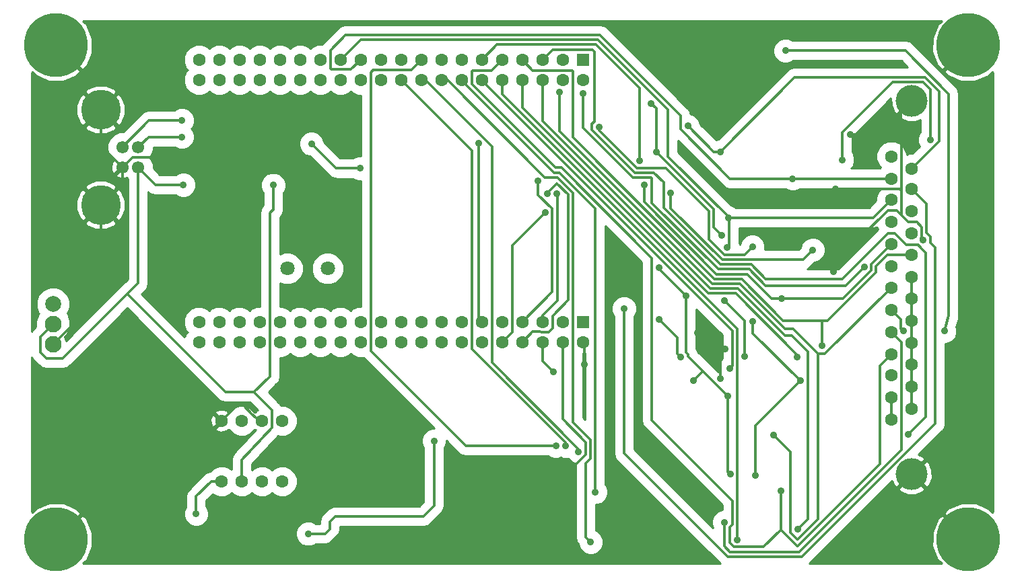
<source format=gbl>
G04 (created by PCBNEW-RS274X (2011-05-25)-stable) date Sun 18 Dec 2011 08:59:16 PM CET*
G01*
G70*
G90*
%MOIN*%
G04 Gerber Fmt 3.4, Leading zero omitted, Abs format*
%FSLAX34Y34*%
G04 APERTURE LIST*
%ADD10C,0.006000*%
%ADD11C,0.063000*%
%ADD12C,0.157500*%
%ADD13C,0.070900*%
%ADD14R,0.063000X0.060000*%
%ADD15C,0.078700*%
%ADD16C,0.082700*%
%ADD17C,0.061000*%
%ADD18C,0.196900*%
%ADD19C,0.315000*%
%ADD20C,0.035400*%
%ADD21C,0.035000*%
%ADD22C,0.011800*%
%ADD23C,0.010000*%
G04 APERTURE END LIST*
G54D10*
G54D11*
X54256Y-40035D03*
X53256Y-40035D03*
X52256Y-40035D03*
X51256Y-40035D03*
X51256Y-43035D03*
X52256Y-43035D03*
X53256Y-43035D03*
X54256Y-43035D03*
G54D12*
X85421Y-42675D03*
X85421Y-24175D03*
G54D11*
X84421Y-26925D03*
X84421Y-28025D03*
X84421Y-29075D03*
X84421Y-30175D03*
X84421Y-31275D03*
X84421Y-32375D03*
X84421Y-33425D03*
X84421Y-34525D03*
X84421Y-35625D03*
X84421Y-36725D03*
X84421Y-37775D03*
X84421Y-38875D03*
X84421Y-39975D03*
X85421Y-27545D03*
X85421Y-28545D03*
X85421Y-29645D03*
X85421Y-30725D03*
X85421Y-31805D03*
X85421Y-32905D03*
X85421Y-33985D03*
X85421Y-35065D03*
X85421Y-36185D03*
X85421Y-37245D03*
X85421Y-38325D03*
X85421Y-39425D03*
G54D13*
X54512Y-32480D03*
X56512Y-32480D03*
G54D14*
X69146Y-35131D03*
G54D11*
X69146Y-36131D03*
X64146Y-35131D03*
X68146Y-36131D03*
X63146Y-35131D03*
X67146Y-36131D03*
X62146Y-35131D03*
X66146Y-36131D03*
X61146Y-35131D03*
X65146Y-36131D03*
X60146Y-35131D03*
X64146Y-36131D03*
X59146Y-35131D03*
X63146Y-36131D03*
X58146Y-35131D03*
X62146Y-36131D03*
X57146Y-35131D03*
X61146Y-36131D03*
X56146Y-35131D03*
X60146Y-36131D03*
X55146Y-35131D03*
X59146Y-36131D03*
X54146Y-35131D03*
X58146Y-36131D03*
X57146Y-36131D03*
X53146Y-35131D03*
X56146Y-36131D03*
X54146Y-36131D03*
X53146Y-36131D03*
X52146Y-36131D03*
X51146Y-36131D03*
X52146Y-35131D03*
X51146Y-35131D03*
X68146Y-35131D03*
X67146Y-35131D03*
X66146Y-35131D03*
X65146Y-35131D03*
X50146Y-35131D03*
X50146Y-36131D03*
X55146Y-36131D03*
G54D14*
X69146Y-22138D03*
G54D11*
X69146Y-23138D03*
X64146Y-22138D03*
X68146Y-23138D03*
X63146Y-22138D03*
X67146Y-23138D03*
X62146Y-22138D03*
X66146Y-23138D03*
X61146Y-22138D03*
X65146Y-23138D03*
X60146Y-22138D03*
X64146Y-23138D03*
X59146Y-22138D03*
X63146Y-23138D03*
X58146Y-22138D03*
X62146Y-23138D03*
X57146Y-22138D03*
X61146Y-23138D03*
X56146Y-22138D03*
X60146Y-23138D03*
X55146Y-22138D03*
X59146Y-23138D03*
X54146Y-22138D03*
X58146Y-23138D03*
X57146Y-23138D03*
X53146Y-22138D03*
X56146Y-23138D03*
X54146Y-23138D03*
X53146Y-23138D03*
X52146Y-23138D03*
X51146Y-23138D03*
X52146Y-22138D03*
X51146Y-22138D03*
X68146Y-22138D03*
X67146Y-22138D03*
X66146Y-22138D03*
X65146Y-22138D03*
X50146Y-22138D03*
X50146Y-23138D03*
X55146Y-23138D03*
G54D15*
X42913Y-34236D03*
G54D16*
X42913Y-35236D03*
X42913Y-36236D03*
G54D17*
X47126Y-27469D03*
X47126Y-26469D03*
X46339Y-26469D03*
X46339Y-27469D03*
G54D18*
X45276Y-29331D03*
X45276Y-24607D03*
G54D19*
X43071Y-21417D03*
X43071Y-45906D03*
X88228Y-21417D03*
X88228Y-45906D03*
G54D20*
X79784Y-45409D03*
X85247Y-40713D03*
X68933Y-41559D03*
X67814Y-41271D03*
X76438Y-37423D03*
X78982Y-33963D03*
X71960Y-27153D03*
X72181Y-28343D03*
X69537Y-46045D03*
X83072Y-32412D03*
X69149Y-23808D03*
X76150Y-45065D03*
X69761Y-43564D03*
G54D21*
X85020Y-35584D03*
G54D20*
X79181Y-21685D03*
X87047Y-35581D03*
X68286Y-41280D03*
X67997Y-23752D03*
X78596Y-40737D03*
X79754Y-36875D03*
X80974Y-36311D03*
X76801Y-45931D03*
X78943Y-43494D03*
X55551Y-45630D03*
X61772Y-41024D03*
X77694Y-42724D03*
X74258Y-33846D03*
X76320Y-38797D03*
X77565Y-35106D03*
X79919Y-38054D03*
X76442Y-42678D03*
X74612Y-38048D03*
X72928Y-32454D03*
X76005Y-30827D03*
X72773Y-26704D03*
X72526Y-24298D03*
X79530Y-28025D03*
X76339Y-29964D03*
X76304Y-31448D03*
X67676Y-37618D03*
X67853Y-28765D03*
X73501Y-28736D03*
X80529Y-31561D03*
X67379Y-28782D03*
X75946Y-26694D03*
X66928Y-28132D03*
X74340Y-25419D03*
X67272Y-29706D03*
X71184Y-34468D03*
X86352Y-26100D03*
X81983Y-27090D03*
X63993Y-26276D03*
X69943Y-25468D03*
X77543Y-31405D03*
X76165Y-34072D03*
X77170Y-36843D03*
X72924Y-35000D03*
X74003Y-36888D03*
X49291Y-25956D03*
X49291Y-25137D03*
X58110Y-27520D03*
X55709Y-26299D03*
X49370Y-28336D03*
X53819Y-28346D03*
X49331Y-26969D03*
X76194Y-36475D03*
X75971Y-37947D03*
X74822Y-35675D03*
X81569Y-32638D03*
X81654Y-28553D03*
X69213Y-37247D03*
X86002Y-31061D03*
X82386Y-25852D03*
X68155Y-42841D03*
X50000Y-44646D03*
G54D22*
X80290Y-44903D02*
X79784Y-45409D01*
X80290Y-36619D02*
X80290Y-44903D01*
X79480Y-35809D02*
X80290Y-36619D01*
X79143Y-35809D02*
X79480Y-35809D01*
X76811Y-33477D02*
X79143Y-35809D01*
X75465Y-33477D02*
X76811Y-33477D01*
X67146Y-25158D02*
X75465Y-33477D01*
X67146Y-23138D02*
X67146Y-25158D01*
X85901Y-31461D02*
X86132Y-31692D01*
X67146Y-22138D02*
X67639Y-21645D01*
X67639Y-21645D02*
X69620Y-21645D01*
X69620Y-21645D02*
X69717Y-21742D01*
X69717Y-21742D02*
X69717Y-25193D01*
X69717Y-25193D02*
X69588Y-25322D01*
X69588Y-25322D02*
X69588Y-25622D01*
X69588Y-25622D02*
X71713Y-27747D01*
X71713Y-27747D02*
X72671Y-27747D01*
X72671Y-27747D02*
X73146Y-28222D01*
X73146Y-28222D02*
X73146Y-29473D01*
X73146Y-29473D02*
X75955Y-32282D01*
X75955Y-32282D02*
X77474Y-32282D01*
X77474Y-32282D02*
X78189Y-32997D01*
X78189Y-32997D02*
X81986Y-32997D01*
X81986Y-32997D02*
X84248Y-30735D01*
X84248Y-30735D02*
X84583Y-30735D01*
X84583Y-30735D02*
X85153Y-31305D01*
X85153Y-31305D02*
X85745Y-31305D01*
X85745Y-31305D02*
X85901Y-31461D01*
X85901Y-40059D02*
X85247Y-40713D01*
X86132Y-39828D02*
X85901Y-40059D01*
X86132Y-31692D02*
X86132Y-39828D01*
X68933Y-41423D02*
X68933Y-41559D01*
X64653Y-37143D02*
X68933Y-41423D01*
X64653Y-26434D02*
X64653Y-37143D01*
X61357Y-23138D02*
X64653Y-26434D01*
X61146Y-23138D02*
X61357Y-23138D01*
X58770Y-22638D02*
X58642Y-22766D01*
X58665Y-36579D02*
X63357Y-41271D01*
X63357Y-41271D02*
X67814Y-41271D01*
X60646Y-22638D02*
X58770Y-22638D01*
X60646Y-22638D02*
X61146Y-22138D01*
X58642Y-36556D02*
X58665Y-36579D01*
X58642Y-36378D02*
X58642Y-36556D01*
X58642Y-34774D02*
X58642Y-36378D01*
X58642Y-22766D02*
X58642Y-34774D01*
X76549Y-37312D02*
X76438Y-37423D01*
X76549Y-35572D02*
X76549Y-37312D01*
X64146Y-23169D02*
X76549Y-35572D01*
X64146Y-23138D02*
X64146Y-23169D01*
X83427Y-32269D02*
X84421Y-31275D01*
X83427Y-32559D02*
X83427Y-32269D01*
X82023Y-33963D02*
X83427Y-32559D01*
X78982Y-33963D02*
X82023Y-33963D01*
X71960Y-23548D02*
X71960Y-27153D01*
X69794Y-21382D02*
X71960Y-23548D01*
X64902Y-21382D02*
X69794Y-21382D01*
X64146Y-22138D02*
X64902Y-21382D01*
X72181Y-29182D02*
X72181Y-28343D01*
X75759Y-32760D02*
X72181Y-29182D01*
X77278Y-32760D02*
X75759Y-32760D01*
X78481Y-33963D02*
X77278Y-32760D01*
X78982Y-33963D02*
X78481Y-33963D01*
X68665Y-37303D02*
X68642Y-37280D01*
X68665Y-33789D02*
X68665Y-28738D01*
X68665Y-28738D02*
X67891Y-27964D01*
X67891Y-27964D02*
X67268Y-27964D01*
X67268Y-27964D02*
X62442Y-23138D01*
X62442Y-23138D02*
X62146Y-23138D01*
X68642Y-33812D02*
X68665Y-33789D01*
X68642Y-37280D02*
X68642Y-33812D01*
X68665Y-40097D02*
X68665Y-37303D01*
X68665Y-37303D02*
X68665Y-37283D01*
X69527Y-40959D02*
X68665Y-40097D01*
X69527Y-41894D02*
X69527Y-40959D01*
X69288Y-42133D02*
X69527Y-41894D01*
X69288Y-45796D02*
X69288Y-42133D01*
X69537Y-46045D02*
X69288Y-45796D01*
X82149Y-33335D02*
X83072Y-32412D01*
X78190Y-33335D02*
X82149Y-33335D01*
X77376Y-32521D02*
X78190Y-33335D01*
X75857Y-32521D02*
X77376Y-32521D01*
X72566Y-29230D02*
X75857Y-32521D01*
X72566Y-28019D02*
X72566Y-29230D01*
X72533Y-27986D02*
X72566Y-28019D01*
X71615Y-27986D02*
X72533Y-27986D01*
X69149Y-25520D02*
X71615Y-27986D01*
X69149Y-23808D02*
X69149Y-25520D01*
X84921Y-40207D02*
X84921Y-41476D01*
X84892Y-41505D02*
X79871Y-46526D01*
X79871Y-46526D02*
X76424Y-46526D01*
X76424Y-46526D02*
X76150Y-46252D01*
X76150Y-46252D02*
X76150Y-45065D01*
X84921Y-36125D02*
X84921Y-40207D01*
X84902Y-36106D02*
X84421Y-35625D01*
X84902Y-36106D02*
X84921Y-36125D01*
X84921Y-41476D02*
X84892Y-41505D01*
X63146Y-23165D02*
X63146Y-23138D01*
X67706Y-27725D02*
X63146Y-23165D01*
X67989Y-27725D02*
X67706Y-27725D01*
X69761Y-29497D02*
X67989Y-27725D01*
X69761Y-43564D02*
X69761Y-29497D01*
X84421Y-34525D02*
X84892Y-34996D01*
X84892Y-35456D02*
X85020Y-35584D01*
X84892Y-34996D02*
X84892Y-35456D01*
X79181Y-21685D02*
X85119Y-21685D01*
X85119Y-21685D02*
X87268Y-23834D01*
X87268Y-23834D02*
X87268Y-34819D01*
X87268Y-34819D02*
X87047Y-35581D01*
X84941Y-35505D02*
X85020Y-35584D01*
X68286Y-41113D02*
X68286Y-41280D01*
X63646Y-36473D02*
X68286Y-41113D01*
X63646Y-26638D02*
X63646Y-36473D01*
X60146Y-23138D02*
X63646Y-26638D01*
X80804Y-36719D02*
X79569Y-35484D01*
X79155Y-35484D02*
X79569Y-35484D01*
X76909Y-33238D02*
X79155Y-35484D01*
X75563Y-33238D02*
X76909Y-33238D01*
X67997Y-25672D02*
X75563Y-33238D01*
X67997Y-23752D02*
X67997Y-25672D01*
X81127Y-36719D02*
X80804Y-36719D01*
X84421Y-33425D02*
X81127Y-36719D01*
X79429Y-41570D02*
X78596Y-40737D01*
X79429Y-45578D02*
X79429Y-41570D01*
X79751Y-45900D02*
X79429Y-45578D01*
X79797Y-45900D02*
X79751Y-45900D01*
X80804Y-44893D02*
X79797Y-45900D01*
X80804Y-36719D02*
X80804Y-44893D01*
X79754Y-36757D02*
X79754Y-36875D01*
X76713Y-33716D02*
X79754Y-36757D01*
X75367Y-33716D02*
X76713Y-33716D01*
X66146Y-24495D02*
X75367Y-33716D01*
X66146Y-23138D02*
X66146Y-24495D01*
X80974Y-35061D02*
X80974Y-36311D01*
X84230Y-31805D02*
X85421Y-31805D01*
X83666Y-32369D02*
X84230Y-31805D01*
X83666Y-32657D02*
X83666Y-32369D01*
X81262Y-35061D02*
X83666Y-32657D01*
X80974Y-35061D02*
X81262Y-35061D01*
X79069Y-35061D02*
X80974Y-35061D01*
X77007Y-32999D02*
X79069Y-35061D01*
X75661Y-32999D02*
X77007Y-32999D01*
X68646Y-25984D02*
X75661Y-32999D01*
X68646Y-22690D02*
X68646Y-25984D01*
X68613Y-22657D02*
X68646Y-22690D01*
X66665Y-22657D02*
X68613Y-22657D01*
X66146Y-22138D02*
X66665Y-22657D01*
X76801Y-35487D02*
X76801Y-45931D01*
X65146Y-23832D02*
X76801Y-35487D01*
X65146Y-23138D02*
X65146Y-23832D01*
X78943Y-43494D02*
X78943Y-45429D01*
X79751Y-46237D02*
X78943Y-45429D01*
X79797Y-46237D02*
X79751Y-46237D01*
X83852Y-42182D02*
X79797Y-46237D01*
X83852Y-37294D02*
X83852Y-42182D01*
X84421Y-36725D02*
X83852Y-37294D01*
X64627Y-22657D02*
X65146Y-22138D01*
X63679Y-22657D02*
X64627Y-22657D01*
X63646Y-22690D02*
X63679Y-22657D01*
X63646Y-23328D02*
X63646Y-22690D01*
X67804Y-27486D02*
X63646Y-23328D01*
X68087Y-27486D02*
X67804Y-27486D01*
X72569Y-31968D02*
X68087Y-27486D01*
X72569Y-40003D02*
X72569Y-31968D01*
X76561Y-43995D02*
X72569Y-40003D01*
X76561Y-45158D02*
X76561Y-43995D01*
X76430Y-45289D02*
X76561Y-45158D01*
X76430Y-46085D02*
X76430Y-45289D01*
X76632Y-46287D02*
X76430Y-46085D01*
X78085Y-46287D02*
X76632Y-46287D01*
X78943Y-45429D02*
X78085Y-46287D01*
X56378Y-45630D02*
X56614Y-45394D01*
X55551Y-45630D02*
X56378Y-45630D01*
X56889Y-44764D02*
X61260Y-44764D01*
X61260Y-44764D02*
X61772Y-44252D01*
X61772Y-44252D02*
X61772Y-41024D01*
X56614Y-45039D02*
X56889Y-44764D01*
X56614Y-45394D02*
X56614Y-45039D01*
X76320Y-42556D02*
X76442Y-42678D01*
X76320Y-38797D02*
X76320Y-42556D01*
X75092Y-37568D02*
X74612Y-38048D01*
X75092Y-37568D02*
X76320Y-38797D01*
X77694Y-40279D02*
X77694Y-42724D01*
X79919Y-38054D02*
X77694Y-40279D01*
X77565Y-35700D02*
X77565Y-35106D01*
X79919Y-38054D02*
X77565Y-35700D01*
X72928Y-32516D02*
X72928Y-32454D01*
X74258Y-33846D02*
X72928Y-32516D01*
X74258Y-36641D02*
X74258Y-33846D01*
X74358Y-36741D02*
X74258Y-36641D01*
X74358Y-36835D02*
X74358Y-36741D01*
X75092Y-37568D02*
X74358Y-36835D01*
X75620Y-30442D02*
X76005Y-30827D01*
X75620Y-29551D02*
X75620Y-30442D01*
X72773Y-26704D02*
X75620Y-29551D01*
X72773Y-24545D02*
X72526Y-24298D01*
X72773Y-26704D02*
X72773Y-24545D01*
X84421Y-28025D02*
X79530Y-28025D01*
X76437Y-28025D02*
X79530Y-28025D01*
X73985Y-25573D02*
X76437Y-28025D01*
X73985Y-24899D02*
X73985Y-25573D01*
X69990Y-20904D02*
X73985Y-24899D01*
X57399Y-20904D02*
X69990Y-20904D01*
X56646Y-21657D02*
X57399Y-20904D01*
X56646Y-22586D02*
X56646Y-21657D01*
X56679Y-22619D02*
X56646Y-22586D01*
X57665Y-22619D02*
X56679Y-22619D01*
X58146Y-22138D02*
X57665Y-22619D01*
X83532Y-29964D02*
X84421Y-29075D01*
X76339Y-29964D02*
X83532Y-29964D01*
X58141Y-21143D02*
X57146Y-22138D01*
X69892Y-21143D02*
X58141Y-21143D01*
X73346Y-24597D02*
X69892Y-21143D01*
X73346Y-26924D02*
X73346Y-24597D01*
X76339Y-29917D02*
X73346Y-26924D01*
X76339Y-29964D02*
X76339Y-29917D01*
X76372Y-29997D02*
X76339Y-29964D01*
X76372Y-31380D02*
X76372Y-29997D01*
X76304Y-31448D02*
X76372Y-31380D01*
X67146Y-37088D02*
X67146Y-36131D01*
X67676Y-37618D02*
X67146Y-37088D01*
X73501Y-29491D02*
X73501Y-28736D01*
X76053Y-32043D02*
X73501Y-29491D01*
X80047Y-32043D02*
X76053Y-32043D01*
X80529Y-31561D02*
X80047Y-32043D01*
X67882Y-28794D02*
X67853Y-28765D01*
X67882Y-34059D02*
X67882Y-28794D01*
X67146Y-34795D02*
X67882Y-34059D01*
X67146Y-35131D02*
X67146Y-34795D01*
X67648Y-35453D02*
X67471Y-35630D01*
X66146Y-36131D02*
X66660Y-35617D01*
X67648Y-34839D02*
X67648Y-35453D01*
X67379Y-28740D02*
X67379Y-28782D01*
X67847Y-28272D02*
X67379Y-28740D01*
X67862Y-28272D02*
X67847Y-28272D01*
X68406Y-28816D02*
X67862Y-28272D01*
X68406Y-34039D02*
X68406Y-28816D01*
X67648Y-34852D02*
X68406Y-34039D01*
X67648Y-34852D02*
X67648Y-34839D01*
X66656Y-35622D02*
X66660Y-35617D01*
X67471Y-35630D02*
X66656Y-35622D01*
X75615Y-26694D02*
X75946Y-26694D01*
X74340Y-25419D02*
X75615Y-26694D01*
X86778Y-26188D02*
X85421Y-27545D01*
X86778Y-23696D02*
X86778Y-26188D01*
X86087Y-23005D02*
X86778Y-23696D01*
X79635Y-23005D02*
X86087Y-23005D01*
X75946Y-26694D02*
X79635Y-23005D01*
X67627Y-33650D02*
X66146Y-35131D01*
X67627Y-29522D02*
X67627Y-33650D01*
X66928Y-28823D02*
X67627Y-29522D01*
X66928Y-28132D02*
X66928Y-28823D01*
X65646Y-31332D02*
X67272Y-29706D01*
X65646Y-35631D02*
X65646Y-31332D01*
X65146Y-36131D02*
X65646Y-35631D01*
X86357Y-31208D02*
X86585Y-31436D01*
X71184Y-34468D02*
X71184Y-41644D01*
X71184Y-41644D02*
X76305Y-46765D01*
X76305Y-46765D02*
X79990Y-46765D01*
X79990Y-46765D02*
X86141Y-40614D01*
X86357Y-31208D02*
X86357Y-30914D01*
X86357Y-30914D02*
X86142Y-30699D01*
X86142Y-30699D02*
X86141Y-30699D01*
X86141Y-30699D02*
X86141Y-29265D01*
X85421Y-28545D02*
X86141Y-29265D01*
X86585Y-40170D02*
X86141Y-40614D01*
X86585Y-31436D02*
X86585Y-40170D01*
X81983Y-25754D02*
X81983Y-27090D01*
X84493Y-23244D02*
X81983Y-25754D01*
X85989Y-23244D02*
X84493Y-23244D01*
X86352Y-23607D02*
X85989Y-23244D01*
X86352Y-26100D02*
X86352Y-23607D01*
X63993Y-34978D02*
X63993Y-26276D01*
X64146Y-35131D02*
X63993Y-34978D01*
X77144Y-31804D02*
X77543Y-31405D01*
X76151Y-31804D02*
X77144Y-31804D01*
X75381Y-31034D02*
X76151Y-31804D01*
X75381Y-29649D02*
X75381Y-31034D01*
X73240Y-27508D02*
X75381Y-29649D01*
X71811Y-27508D02*
X73240Y-27508D01*
X69943Y-25640D02*
X71811Y-27508D01*
X69943Y-25468D02*
X69943Y-25640D01*
X77170Y-35077D02*
X76165Y-34072D01*
X77170Y-36843D02*
X77170Y-35077D01*
X73818Y-36703D02*
X74003Y-36888D01*
X73817Y-36703D02*
X73818Y-36703D01*
X73817Y-35893D02*
X73817Y-36703D01*
X72924Y-35000D02*
X73817Y-35893D01*
X47126Y-26469D02*
X47639Y-25956D01*
X47639Y-25956D02*
X49291Y-25956D01*
X46339Y-26469D02*
X47671Y-25137D01*
X47671Y-25137D02*
X49291Y-25137D01*
X56930Y-27520D02*
X58110Y-27520D01*
X55709Y-26299D02*
X56930Y-27520D01*
X53746Y-39495D02*
X53760Y-39509D01*
X52865Y-38614D02*
X53746Y-39495D01*
X52244Y-41969D02*
X53746Y-40378D01*
X52244Y-42874D02*
X52244Y-41969D01*
X52244Y-42874D02*
X52256Y-43035D01*
X53760Y-40364D02*
X53746Y-40378D01*
X53760Y-39509D02*
X53760Y-40364D01*
X53819Y-29547D02*
X53642Y-29724D01*
X53617Y-37862D02*
X52865Y-38614D01*
X53642Y-37837D02*
X53617Y-37862D01*
X53642Y-29724D02*
X53642Y-37837D01*
X42382Y-36734D02*
X42283Y-36635D01*
X42913Y-35236D02*
X42382Y-35767D01*
X43397Y-36929D02*
X42577Y-36929D01*
X42577Y-36929D02*
X42415Y-36767D01*
X42415Y-36767D02*
X42382Y-36734D01*
X43559Y-36767D02*
X46584Y-33742D01*
X43559Y-36767D02*
X43397Y-36929D01*
X42283Y-35866D02*
X42382Y-35767D01*
X42283Y-36635D02*
X42283Y-35866D01*
X47126Y-27469D02*
X47993Y-28336D01*
X47993Y-28336D02*
X49370Y-28336D01*
X53819Y-29562D02*
X53819Y-29547D01*
X53819Y-29547D02*
X53819Y-28346D01*
X47126Y-33200D02*
X46584Y-33742D01*
X47126Y-27469D02*
X47126Y-33200D01*
X51456Y-38614D02*
X46584Y-33742D01*
X52865Y-38614D02*
X51456Y-38614D01*
X85502Y-30187D02*
X85258Y-30187D01*
X85258Y-30187D02*
X84990Y-29919D01*
X86002Y-31061D02*
X85935Y-30994D01*
X85689Y-30187D02*
X85502Y-30187D01*
X85502Y-30187D02*
X85492Y-30187D01*
X85935Y-30433D02*
X85689Y-30187D01*
X85935Y-30994D02*
X85935Y-30433D01*
X84672Y-29601D02*
X84667Y-29596D01*
X84667Y-29596D02*
X84239Y-29596D01*
X84921Y-29695D02*
X84921Y-29850D01*
X84921Y-29850D02*
X84982Y-29911D01*
X84982Y-29911D02*
X84990Y-29911D01*
X84990Y-29911D02*
X84990Y-29919D01*
X84902Y-28613D02*
X84921Y-28632D01*
X84921Y-28632D02*
X84921Y-29695D01*
X84921Y-28356D02*
X84921Y-28594D01*
X84921Y-25871D02*
X84921Y-28356D01*
X84902Y-25852D02*
X84921Y-25871D01*
X84921Y-28594D02*
X84902Y-28613D01*
X46339Y-27469D02*
X46839Y-26969D01*
X46839Y-26969D02*
X49331Y-26969D01*
X81569Y-32266D02*
X81569Y-32638D01*
X84239Y-29596D02*
X81569Y-32266D01*
X84281Y-29596D02*
X84239Y-29596D01*
X84990Y-29919D02*
X84672Y-29601D01*
X84672Y-29601D02*
X84667Y-29596D01*
X84902Y-28550D02*
X84902Y-28613D01*
X84902Y-28550D02*
X81654Y-28553D01*
X81654Y-28553D02*
X81654Y-28553D01*
X86002Y-31061D02*
X85901Y-30960D01*
X45276Y-26406D02*
X46339Y-27469D01*
X45276Y-24607D02*
X45276Y-26406D01*
X46339Y-28268D02*
X46339Y-27469D01*
X45276Y-29331D02*
X46339Y-28268D01*
X45276Y-33873D02*
X45276Y-29331D01*
X42913Y-36236D02*
X45276Y-33873D01*
X75971Y-36586D02*
X75971Y-37947D01*
X76083Y-36586D02*
X75971Y-36586D01*
X76194Y-36475D02*
X76083Y-36586D01*
X75733Y-36586D02*
X74822Y-35675D01*
X75971Y-36586D02*
X75733Y-36586D01*
X69213Y-36198D02*
X69213Y-37247D01*
X69146Y-36131D02*
X69213Y-36198D01*
X52766Y-39690D02*
X53150Y-40039D01*
X52348Y-39272D02*
X52766Y-39690D01*
X52019Y-39272D02*
X52348Y-39272D01*
X51746Y-39545D02*
X52019Y-39272D01*
X51457Y-39843D02*
X51746Y-39545D01*
X51256Y-40035D02*
X51457Y-39843D01*
X53256Y-40035D02*
X53150Y-40039D01*
X85421Y-39425D02*
X85421Y-38325D01*
X85421Y-38325D02*
X85421Y-37245D01*
X85421Y-37245D02*
X85421Y-36185D01*
X85421Y-36185D02*
X85421Y-35065D01*
X85421Y-35065D02*
X85421Y-33985D01*
X85421Y-33985D02*
X85421Y-32905D01*
X84421Y-39975D02*
X84421Y-38875D01*
X84902Y-25852D02*
X82386Y-25852D01*
X84902Y-24694D02*
X84902Y-25852D01*
X85421Y-24175D02*
X84902Y-24694D01*
X69288Y-41708D02*
X68155Y-42841D01*
X69288Y-41091D02*
X69288Y-41708D01*
X68146Y-39949D02*
X69288Y-41091D01*
X68146Y-36131D02*
X68146Y-39949D01*
X50744Y-43035D02*
X51256Y-43035D01*
X50000Y-43779D02*
X50744Y-43035D01*
X50000Y-44646D02*
X50000Y-43779D01*
G54D10*
G36*
X42984Y-36236D02*
X42913Y-36307D01*
X42842Y-36236D01*
X42913Y-36165D01*
X42984Y-36236D01*
X42984Y-36236D01*
G37*
G54D23*
X42984Y-36236D02*
X42913Y-36307D01*
X42842Y-36236D01*
X42913Y-36165D01*
X42984Y-36236D01*
G54D10*
G36*
X53257Y-40105D02*
X53256Y-40106D01*
X53185Y-40035D01*
X53256Y-39964D01*
X53257Y-39965D01*
X53257Y-40105D01*
X53257Y-40105D01*
G37*
G54D23*
X53257Y-40105D02*
X53256Y-40106D01*
X53185Y-40035D01*
X53256Y-39964D01*
X53257Y-39965D01*
X53257Y-40105D01*
G54D10*
G36*
X69217Y-36131D02*
X69146Y-36202D01*
X69145Y-36201D01*
X69145Y-36061D01*
X69146Y-36060D01*
X69217Y-36131D01*
X69217Y-36131D01*
G37*
G54D23*
X69217Y-36131D02*
X69146Y-36202D01*
X69145Y-36201D01*
X69145Y-36061D01*
X69146Y-36060D01*
X69217Y-36131D01*
G54D10*
G36*
X69258Y-39978D02*
X69168Y-39888D01*
X69168Y-37303D01*
X69168Y-37283D01*
X69145Y-37166D01*
X69145Y-36684D01*
X69258Y-36679D01*
X69258Y-39978D01*
X69258Y-39978D01*
G37*
G54D23*
X69258Y-39978D02*
X69168Y-39888D01*
X69168Y-37303D01*
X69168Y-37283D01*
X69145Y-37166D01*
X69145Y-36684D01*
X69258Y-36679D01*
X69258Y-39978D01*
G54D10*
G36*
X76046Y-36937D02*
X75912Y-37071D01*
X75817Y-37299D01*
X75817Y-37546D01*
X75841Y-37606D01*
X75448Y-37212D01*
X75441Y-37207D01*
X74832Y-36597D01*
X74823Y-36549D01*
X74822Y-36548D01*
X74761Y-36456D01*
X74761Y-36455D01*
X74761Y-34495D01*
X76046Y-35780D01*
X76046Y-36937D01*
X76046Y-36937D01*
G37*
G54D23*
X76046Y-36937D02*
X75912Y-37071D01*
X75817Y-37299D01*
X75817Y-37546D01*
X75841Y-37606D01*
X75448Y-37212D01*
X75441Y-37207D01*
X74832Y-36597D01*
X74823Y-36549D01*
X74822Y-36548D01*
X74761Y-36456D01*
X74761Y-36455D01*
X74761Y-34495D01*
X76046Y-35780D01*
X76046Y-36937D01*
G54D10*
G36*
X76058Y-44444D02*
X76027Y-44444D01*
X75799Y-44538D01*
X75624Y-44713D01*
X75529Y-44941D01*
X75529Y-45188D01*
X75591Y-45339D01*
X71687Y-41435D01*
X71687Y-34843D01*
X71710Y-34820D01*
X71805Y-34592D01*
X71805Y-34345D01*
X71711Y-34117D01*
X71536Y-33942D01*
X71308Y-33847D01*
X71061Y-33847D01*
X70833Y-33941D01*
X70658Y-34116D01*
X70563Y-34344D01*
X70563Y-34591D01*
X70657Y-34819D01*
X70681Y-34843D01*
X70681Y-41644D01*
X70719Y-41837D01*
X70828Y-42000D01*
X75947Y-47119D01*
X44864Y-47119D01*
X44425Y-47119D01*
X44391Y-47085D01*
X44576Y-46938D01*
X44856Y-46283D01*
X44864Y-45571D01*
X44600Y-44910D01*
X44576Y-44874D01*
X44352Y-44695D01*
X44282Y-44765D01*
X43142Y-45906D01*
X43071Y-45977D01*
X43000Y-45906D01*
X43071Y-45835D01*
X43106Y-45800D01*
X44282Y-44625D01*
X44103Y-44401D01*
X43448Y-44121D01*
X42736Y-44113D01*
X42075Y-44377D01*
X42039Y-44401D01*
X41891Y-44585D01*
X41858Y-44552D01*
X41858Y-36887D01*
X41927Y-36991D01*
X42026Y-37090D01*
X42057Y-37120D01*
X42059Y-37123D01*
X42221Y-37285D01*
X42384Y-37393D01*
X42385Y-37394D01*
X42577Y-37432D01*
X43397Y-37432D01*
X43589Y-37394D01*
X43590Y-37394D01*
X43753Y-37285D01*
X43915Y-37123D01*
X46583Y-34453D01*
X51100Y-38970D01*
X51263Y-39079D01*
X51264Y-39079D01*
X51456Y-39117D01*
X52656Y-39117D01*
X53054Y-39514D01*
X52966Y-39551D01*
X52953Y-39591D01*
X52920Y-39558D01*
X52885Y-39592D01*
X52686Y-39393D01*
X52407Y-39277D01*
X52106Y-39277D01*
X51827Y-39392D01*
X51626Y-39592D01*
X51592Y-39558D01*
X51558Y-39591D01*
X51546Y-39551D01*
X51339Y-39477D01*
X51119Y-39488D01*
X50966Y-39551D01*
X50938Y-39646D01*
X51221Y-39929D01*
X51256Y-39964D01*
X51327Y-40035D01*
X51256Y-40106D01*
X51221Y-40141D01*
X51185Y-40177D01*
X51185Y-40035D01*
X50867Y-39717D01*
X50772Y-39745D01*
X50698Y-39952D01*
X50709Y-40172D01*
X50772Y-40325D01*
X50867Y-40353D01*
X51185Y-40035D01*
X51185Y-40177D01*
X50938Y-40424D01*
X50966Y-40519D01*
X51173Y-40593D01*
X51393Y-40582D01*
X51546Y-40519D01*
X51558Y-40478D01*
X51574Y-40494D01*
X51592Y-40512D01*
X51626Y-40477D01*
X51826Y-40677D01*
X52105Y-40793D01*
X52406Y-40793D01*
X52685Y-40678D01*
X52885Y-40477D01*
X52920Y-40512D01*
X52953Y-40478D01*
X52955Y-40483D01*
X51889Y-41612D01*
X51888Y-41613D01*
X51886Y-41614D01*
X51879Y-41623D01*
X51832Y-41696D01*
X51779Y-41777D01*
X51777Y-41782D01*
X51774Y-41789D01*
X51757Y-41883D01*
X51741Y-41969D01*
X51741Y-41983D01*
X51741Y-42448D01*
X51686Y-42393D01*
X51574Y-42346D01*
X51407Y-42277D01*
X51106Y-42277D01*
X50827Y-42392D01*
X50672Y-42546D01*
X50552Y-42570D01*
X50388Y-42679D01*
X49644Y-43423D01*
X49535Y-43586D01*
X49497Y-43779D01*
X49497Y-44271D01*
X49474Y-44294D01*
X49379Y-44522D01*
X49379Y-44769D01*
X49473Y-44997D01*
X49648Y-45172D01*
X49876Y-45267D01*
X50123Y-45267D01*
X50351Y-45173D01*
X50526Y-44998D01*
X50621Y-44770D01*
X50621Y-44523D01*
X50527Y-44295D01*
X50503Y-44271D01*
X50503Y-43988D01*
X50820Y-43671D01*
X50826Y-43677D01*
X51105Y-43793D01*
X51406Y-43793D01*
X51685Y-43678D01*
X51756Y-43607D01*
X51826Y-43677D01*
X52105Y-43793D01*
X52406Y-43793D01*
X52685Y-43678D01*
X52756Y-43607D01*
X52826Y-43677D01*
X53105Y-43793D01*
X53406Y-43793D01*
X53685Y-43678D01*
X53756Y-43607D01*
X53826Y-43677D01*
X54105Y-43793D01*
X54406Y-43793D01*
X54685Y-43678D01*
X54898Y-43465D01*
X55014Y-43186D01*
X55014Y-42885D01*
X54899Y-42606D01*
X54686Y-42393D01*
X54407Y-42277D01*
X54106Y-42277D01*
X53827Y-42392D01*
X53756Y-42463D01*
X53686Y-42393D01*
X53407Y-42277D01*
X53106Y-42277D01*
X52827Y-42392D01*
X52756Y-42463D01*
X52747Y-42454D01*
X52747Y-42169D01*
X54064Y-40776D01*
X54105Y-40793D01*
X54406Y-40793D01*
X54685Y-40678D01*
X54898Y-40465D01*
X55014Y-40186D01*
X55014Y-39885D01*
X54899Y-39606D01*
X54686Y-39393D01*
X54407Y-39277D01*
X54198Y-39277D01*
X54197Y-39274D01*
X54116Y-39153D01*
X54113Y-39151D01*
X54102Y-39139D01*
X54098Y-39136D01*
X53576Y-38613D01*
X53969Y-38220D01*
X53972Y-38218D01*
X53973Y-38218D01*
X53995Y-38194D01*
X53997Y-38193D01*
X53998Y-38193D01*
X54106Y-38030D01*
X54107Y-38029D01*
X54145Y-37837D01*
X54145Y-36889D01*
X54296Y-36889D01*
X54575Y-36774D01*
X54646Y-36703D01*
X54716Y-36773D01*
X54995Y-36889D01*
X55296Y-36889D01*
X55575Y-36774D01*
X55646Y-36703D01*
X55716Y-36773D01*
X55995Y-36889D01*
X56296Y-36889D01*
X56575Y-36774D01*
X56646Y-36703D01*
X56716Y-36773D01*
X56995Y-36889D01*
X57296Y-36889D01*
X57575Y-36774D01*
X57646Y-36703D01*
X57716Y-36773D01*
X57995Y-36889D01*
X58270Y-36889D01*
X58286Y-36912D01*
X58307Y-36932D01*
X58309Y-36935D01*
X61777Y-40403D01*
X61649Y-40403D01*
X61421Y-40497D01*
X61246Y-40672D01*
X61151Y-40900D01*
X61151Y-41147D01*
X61245Y-41375D01*
X61269Y-41399D01*
X61269Y-44043D01*
X61051Y-44261D01*
X56889Y-44261D01*
X56888Y-44261D01*
X56840Y-44270D01*
X56697Y-44299D01*
X56695Y-44299D01*
X56695Y-44300D01*
X56654Y-44327D01*
X56533Y-44408D01*
X56531Y-44410D01*
X56258Y-44683D01*
X56149Y-44846D01*
X56111Y-45039D01*
X56111Y-45127D01*
X55926Y-45127D01*
X55903Y-45104D01*
X55675Y-45009D01*
X55428Y-45009D01*
X55200Y-45103D01*
X55025Y-45278D01*
X54930Y-45506D01*
X54930Y-45753D01*
X55024Y-45981D01*
X55199Y-46156D01*
X55427Y-46251D01*
X55674Y-46251D01*
X55902Y-46157D01*
X55926Y-46133D01*
X56378Y-46133D01*
X56570Y-46095D01*
X56571Y-46095D01*
X56734Y-45986D01*
X56967Y-45751D01*
X56969Y-45750D01*
X56970Y-45750D01*
X57051Y-45628D01*
X57078Y-45588D01*
X57078Y-45587D01*
X57079Y-45586D01*
X57107Y-45442D01*
X57117Y-45395D01*
X57116Y-45394D01*
X57117Y-45394D01*
X57117Y-45267D01*
X61260Y-45267D01*
X61452Y-45229D01*
X61453Y-45229D01*
X61616Y-45120D01*
X62128Y-44608D01*
X62237Y-44445D01*
X62237Y-44444D01*
X62275Y-44252D01*
X62275Y-41399D01*
X62298Y-41376D01*
X62393Y-41148D01*
X62393Y-41018D01*
X62999Y-41624D01*
X63001Y-41627D01*
X63164Y-41735D01*
X63165Y-41736D01*
X63357Y-41774D01*
X67439Y-41774D01*
X67462Y-41797D01*
X67690Y-41892D01*
X67937Y-41892D01*
X68039Y-41849D01*
X68162Y-41901D01*
X68402Y-41901D01*
X68406Y-41910D01*
X68581Y-42085D01*
X68785Y-42170D01*
X68785Y-45796D01*
X68823Y-45989D01*
X68916Y-46128D01*
X68916Y-46168D01*
X69010Y-46396D01*
X69185Y-46571D01*
X69413Y-46666D01*
X69660Y-46666D01*
X69888Y-46572D01*
X70063Y-46397D01*
X70158Y-46169D01*
X70158Y-45922D01*
X70064Y-45694D01*
X69889Y-45519D01*
X69791Y-45478D01*
X69791Y-44185D01*
X69884Y-44185D01*
X70112Y-44091D01*
X70287Y-43916D01*
X70382Y-43688D01*
X70382Y-43441D01*
X70288Y-43213D01*
X70264Y-43189D01*
X70264Y-30374D01*
X72066Y-32176D01*
X72066Y-40003D01*
X72104Y-40196D01*
X72213Y-40359D01*
X76058Y-44203D01*
X76058Y-44444D01*
X76058Y-44444D01*
G37*
G54D23*
X76058Y-44444D02*
X76027Y-44444D01*
X75799Y-44538D01*
X75624Y-44713D01*
X75529Y-44941D01*
X75529Y-45188D01*
X75591Y-45339D01*
X71687Y-41435D01*
X71687Y-34843D01*
X71710Y-34820D01*
X71805Y-34592D01*
X71805Y-34345D01*
X71711Y-34117D01*
X71536Y-33942D01*
X71308Y-33847D01*
X71061Y-33847D01*
X70833Y-33941D01*
X70658Y-34116D01*
X70563Y-34344D01*
X70563Y-34591D01*
X70657Y-34819D01*
X70681Y-34843D01*
X70681Y-41644D01*
X70719Y-41837D01*
X70828Y-42000D01*
X75947Y-47119D01*
X44864Y-47119D01*
X44425Y-47119D01*
X44391Y-47085D01*
X44576Y-46938D01*
X44856Y-46283D01*
X44864Y-45571D01*
X44600Y-44910D01*
X44576Y-44874D01*
X44352Y-44695D01*
X44282Y-44765D01*
X43142Y-45906D01*
X43071Y-45977D01*
X43000Y-45906D01*
X43071Y-45835D01*
X43106Y-45800D01*
X44282Y-44625D01*
X44103Y-44401D01*
X43448Y-44121D01*
X42736Y-44113D01*
X42075Y-44377D01*
X42039Y-44401D01*
X41891Y-44585D01*
X41858Y-44552D01*
X41858Y-36887D01*
X41927Y-36991D01*
X42026Y-37090D01*
X42057Y-37120D01*
X42059Y-37123D01*
X42221Y-37285D01*
X42384Y-37393D01*
X42385Y-37394D01*
X42577Y-37432D01*
X43397Y-37432D01*
X43589Y-37394D01*
X43590Y-37394D01*
X43753Y-37285D01*
X43915Y-37123D01*
X46583Y-34453D01*
X51100Y-38970D01*
X51263Y-39079D01*
X51264Y-39079D01*
X51456Y-39117D01*
X52656Y-39117D01*
X53054Y-39514D01*
X52966Y-39551D01*
X52953Y-39591D01*
X52920Y-39558D01*
X52885Y-39592D01*
X52686Y-39393D01*
X52407Y-39277D01*
X52106Y-39277D01*
X51827Y-39392D01*
X51626Y-39592D01*
X51592Y-39558D01*
X51558Y-39591D01*
X51546Y-39551D01*
X51339Y-39477D01*
X51119Y-39488D01*
X50966Y-39551D01*
X50938Y-39646D01*
X51221Y-39929D01*
X51256Y-39964D01*
X51327Y-40035D01*
X51256Y-40106D01*
X51221Y-40141D01*
X51185Y-40177D01*
X51185Y-40035D01*
X50867Y-39717D01*
X50772Y-39745D01*
X50698Y-39952D01*
X50709Y-40172D01*
X50772Y-40325D01*
X50867Y-40353D01*
X51185Y-40035D01*
X51185Y-40177D01*
X50938Y-40424D01*
X50966Y-40519D01*
X51173Y-40593D01*
X51393Y-40582D01*
X51546Y-40519D01*
X51558Y-40478D01*
X51574Y-40494D01*
X51592Y-40512D01*
X51626Y-40477D01*
X51826Y-40677D01*
X52105Y-40793D01*
X52406Y-40793D01*
X52685Y-40678D01*
X52885Y-40477D01*
X52920Y-40512D01*
X52953Y-40478D01*
X52955Y-40483D01*
X51889Y-41612D01*
X51888Y-41613D01*
X51886Y-41614D01*
X51879Y-41623D01*
X51832Y-41696D01*
X51779Y-41777D01*
X51777Y-41782D01*
X51774Y-41789D01*
X51757Y-41883D01*
X51741Y-41969D01*
X51741Y-41983D01*
X51741Y-42448D01*
X51686Y-42393D01*
X51574Y-42346D01*
X51407Y-42277D01*
X51106Y-42277D01*
X50827Y-42392D01*
X50672Y-42546D01*
X50552Y-42570D01*
X50388Y-42679D01*
X49644Y-43423D01*
X49535Y-43586D01*
X49497Y-43779D01*
X49497Y-44271D01*
X49474Y-44294D01*
X49379Y-44522D01*
X49379Y-44769D01*
X49473Y-44997D01*
X49648Y-45172D01*
X49876Y-45267D01*
X50123Y-45267D01*
X50351Y-45173D01*
X50526Y-44998D01*
X50621Y-44770D01*
X50621Y-44523D01*
X50527Y-44295D01*
X50503Y-44271D01*
X50503Y-43988D01*
X50820Y-43671D01*
X50826Y-43677D01*
X51105Y-43793D01*
X51406Y-43793D01*
X51685Y-43678D01*
X51756Y-43607D01*
X51826Y-43677D01*
X52105Y-43793D01*
X52406Y-43793D01*
X52685Y-43678D01*
X52756Y-43607D01*
X52826Y-43677D01*
X53105Y-43793D01*
X53406Y-43793D01*
X53685Y-43678D01*
X53756Y-43607D01*
X53826Y-43677D01*
X54105Y-43793D01*
X54406Y-43793D01*
X54685Y-43678D01*
X54898Y-43465D01*
X55014Y-43186D01*
X55014Y-42885D01*
X54899Y-42606D01*
X54686Y-42393D01*
X54407Y-42277D01*
X54106Y-42277D01*
X53827Y-42392D01*
X53756Y-42463D01*
X53686Y-42393D01*
X53407Y-42277D01*
X53106Y-42277D01*
X52827Y-42392D01*
X52756Y-42463D01*
X52747Y-42454D01*
X52747Y-42169D01*
X54064Y-40776D01*
X54105Y-40793D01*
X54406Y-40793D01*
X54685Y-40678D01*
X54898Y-40465D01*
X55014Y-40186D01*
X55014Y-39885D01*
X54899Y-39606D01*
X54686Y-39393D01*
X54407Y-39277D01*
X54198Y-39277D01*
X54197Y-39274D01*
X54116Y-39153D01*
X54113Y-39151D01*
X54102Y-39139D01*
X54098Y-39136D01*
X53576Y-38613D01*
X53969Y-38220D01*
X53972Y-38218D01*
X53973Y-38218D01*
X53995Y-38194D01*
X53997Y-38193D01*
X53998Y-38193D01*
X54106Y-38030D01*
X54107Y-38029D01*
X54145Y-37837D01*
X54145Y-36889D01*
X54296Y-36889D01*
X54575Y-36774D01*
X54646Y-36703D01*
X54716Y-36773D01*
X54995Y-36889D01*
X55296Y-36889D01*
X55575Y-36774D01*
X55646Y-36703D01*
X55716Y-36773D01*
X55995Y-36889D01*
X56296Y-36889D01*
X56575Y-36774D01*
X56646Y-36703D01*
X56716Y-36773D01*
X56995Y-36889D01*
X57296Y-36889D01*
X57575Y-36774D01*
X57646Y-36703D01*
X57716Y-36773D01*
X57995Y-36889D01*
X58270Y-36889D01*
X58286Y-36912D01*
X58307Y-36932D01*
X58309Y-36935D01*
X61777Y-40403D01*
X61649Y-40403D01*
X61421Y-40497D01*
X61246Y-40672D01*
X61151Y-40900D01*
X61151Y-41147D01*
X61245Y-41375D01*
X61269Y-41399D01*
X61269Y-44043D01*
X61051Y-44261D01*
X56889Y-44261D01*
X56888Y-44261D01*
X56840Y-44270D01*
X56697Y-44299D01*
X56695Y-44299D01*
X56695Y-44300D01*
X56654Y-44327D01*
X56533Y-44408D01*
X56531Y-44410D01*
X56258Y-44683D01*
X56149Y-44846D01*
X56111Y-45039D01*
X56111Y-45127D01*
X55926Y-45127D01*
X55903Y-45104D01*
X55675Y-45009D01*
X55428Y-45009D01*
X55200Y-45103D01*
X55025Y-45278D01*
X54930Y-45506D01*
X54930Y-45753D01*
X55024Y-45981D01*
X55199Y-46156D01*
X55427Y-46251D01*
X55674Y-46251D01*
X55902Y-46157D01*
X55926Y-46133D01*
X56378Y-46133D01*
X56570Y-46095D01*
X56571Y-46095D01*
X56734Y-45986D01*
X56967Y-45751D01*
X56969Y-45750D01*
X56970Y-45750D01*
X57051Y-45628D01*
X57078Y-45588D01*
X57078Y-45587D01*
X57079Y-45586D01*
X57107Y-45442D01*
X57117Y-45395D01*
X57116Y-45394D01*
X57117Y-45394D01*
X57117Y-45267D01*
X61260Y-45267D01*
X61452Y-45229D01*
X61453Y-45229D01*
X61616Y-45120D01*
X62128Y-44608D01*
X62237Y-44445D01*
X62237Y-44444D01*
X62275Y-44252D01*
X62275Y-41399D01*
X62298Y-41376D01*
X62393Y-41148D01*
X62393Y-41018D01*
X62999Y-41624D01*
X63001Y-41627D01*
X63164Y-41735D01*
X63165Y-41736D01*
X63357Y-41774D01*
X67439Y-41774D01*
X67462Y-41797D01*
X67690Y-41892D01*
X67937Y-41892D01*
X68039Y-41849D01*
X68162Y-41901D01*
X68402Y-41901D01*
X68406Y-41910D01*
X68581Y-42085D01*
X68785Y-42170D01*
X68785Y-45796D01*
X68823Y-45989D01*
X68916Y-46128D01*
X68916Y-46168D01*
X69010Y-46396D01*
X69185Y-46571D01*
X69413Y-46666D01*
X69660Y-46666D01*
X69888Y-46572D01*
X70063Y-46397D01*
X70158Y-46169D01*
X70158Y-45922D01*
X70064Y-45694D01*
X69889Y-45519D01*
X69791Y-45478D01*
X69791Y-44185D01*
X69884Y-44185D01*
X70112Y-44091D01*
X70287Y-43916D01*
X70382Y-43688D01*
X70382Y-43441D01*
X70288Y-43213D01*
X70264Y-43189D01*
X70264Y-30374D01*
X72066Y-32176D01*
X72066Y-40003D01*
X72104Y-40196D01*
X72213Y-40359D01*
X76058Y-44203D01*
X76058Y-44444D01*
G54D10*
G36*
X83745Y-30526D02*
X81777Y-32494D01*
X80260Y-32494D01*
X80403Y-32399D01*
X80619Y-32182D01*
X80652Y-32182D01*
X80880Y-32088D01*
X81055Y-31913D01*
X81150Y-31685D01*
X81150Y-31438D01*
X81056Y-31210D01*
X80881Y-31035D01*
X80653Y-30940D01*
X80406Y-30940D01*
X80178Y-31034D01*
X80003Y-31209D01*
X79908Y-31437D01*
X79908Y-31470D01*
X79838Y-31540D01*
X78159Y-31540D01*
X78164Y-31529D01*
X78164Y-31282D01*
X78070Y-31054D01*
X77895Y-30879D01*
X77667Y-30784D01*
X77420Y-30784D01*
X77192Y-30878D01*
X77017Y-31053D01*
X76922Y-31281D01*
X76922Y-31301D01*
X76915Y-31301D01*
X76875Y-31203D01*
X76875Y-30467D01*
X83532Y-30467D01*
X83707Y-30432D01*
X83745Y-30526D01*
X83745Y-30526D01*
G37*
G54D23*
X83745Y-30526D02*
X81777Y-32494D01*
X80260Y-32494D01*
X80403Y-32399D01*
X80619Y-32182D01*
X80652Y-32182D01*
X80880Y-32088D01*
X81055Y-31913D01*
X81150Y-31685D01*
X81150Y-31438D01*
X81056Y-31210D01*
X80881Y-31035D01*
X80653Y-30940D01*
X80406Y-30940D01*
X80178Y-31034D01*
X80003Y-31209D01*
X79908Y-31437D01*
X79908Y-31470D01*
X79838Y-31540D01*
X78159Y-31540D01*
X78164Y-31529D01*
X78164Y-31282D01*
X78070Y-31054D01*
X77895Y-30879D01*
X77667Y-30784D01*
X77420Y-30784D01*
X77192Y-30878D01*
X77017Y-31053D01*
X76922Y-31281D01*
X76922Y-31301D01*
X76915Y-31301D01*
X76875Y-31203D01*
X76875Y-30467D01*
X83532Y-30467D01*
X83707Y-30432D01*
X83745Y-30526D01*
G54D10*
G36*
X83874Y-28550D02*
X83779Y-28645D01*
X83663Y-28924D01*
X83663Y-29121D01*
X83323Y-29461D01*
X76714Y-29461D01*
X76691Y-29438D01*
X76485Y-29352D01*
X73849Y-26715D01*
X73849Y-26148D01*
X76079Y-28378D01*
X76081Y-28381D01*
X76202Y-28462D01*
X76243Y-28489D01*
X76245Y-28490D01*
X76437Y-28528D01*
X79155Y-28528D01*
X79178Y-28551D01*
X79406Y-28646D01*
X79653Y-28646D01*
X79881Y-28552D01*
X79905Y-28528D01*
X83852Y-28528D01*
X83874Y-28550D01*
X83874Y-28550D01*
G37*
G54D23*
X83874Y-28550D02*
X83779Y-28645D01*
X83663Y-28924D01*
X83663Y-29121D01*
X83323Y-29461D01*
X76714Y-29461D01*
X76691Y-29438D01*
X76485Y-29352D01*
X73849Y-26715D01*
X73849Y-26148D01*
X76079Y-28378D01*
X76081Y-28381D01*
X76202Y-28462D01*
X76243Y-28489D01*
X76245Y-28490D01*
X76437Y-28528D01*
X79155Y-28528D01*
X79178Y-28551D01*
X79406Y-28646D01*
X79653Y-28646D01*
X79881Y-28552D01*
X79905Y-28528D01*
X83852Y-28528D01*
X83874Y-28550D01*
G54D10*
G36*
X85492Y-32905D02*
X85421Y-32976D01*
X85350Y-32905D01*
X85421Y-32834D01*
X85492Y-32905D01*
X85492Y-32905D01*
G37*
G54D23*
X85492Y-32905D02*
X85421Y-32976D01*
X85350Y-32905D01*
X85421Y-32834D01*
X85492Y-32905D01*
G54D10*
G36*
X85492Y-33985D02*
X85421Y-34056D01*
X85350Y-33985D01*
X85421Y-33914D01*
X85492Y-33985D01*
X85492Y-33985D01*
G37*
G54D23*
X85492Y-33985D02*
X85421Y-34056D01*
X85350Y-33985D01*
X85421Y-33914D01*
X85492Y-33985D01*
G54D10*
G36*
X85492Y-35065D02*
X85434Y-35122D01*
X85395Y-35083D01*
X85395Y-35020D01*
X85421Y-34994D01*
X85492Y-35065D01*
X85492Y-35065D01*
G37*
G54D23*
X85492Y-35065D02*
X85434Y-35122D01*
X85395Y-35083D01*
X85395Y-35020D01*
X85421Y-34994D01*
X85492Y-35065D01*
G54D10*
G36*
X85849Y-25725D02*
X85826Y-25748D01*
X85731Y-25976D01*
X85731Y-26223D01*
X85818Y-26435D01*
X85467Y-26787D01*
X85271Y-26787D01*
X85179Y-26824D01*
X85179Y-26775D01*
X85064Y-26496D01*
X84851Y-26283D01*
X84572Y-26167D01*
X84271Y-26167D01*
X83992Y-26282D01*
X83779Y-26495D01*
X83663Y-26774D01*
X83663Y-27075D01*
X83778Y-27354D01*
X83899Y-27475D01*
X83852Y-27522D01*
X82429Y-27522D01*
X82509Y-27442D01*
X82604Y-27214D01*
X82604Y-26967D01*
X82510Y-26739D01*
X82486Y-26715D01*
X82486Y-25962D01*
X84403Y-24044D01*
X84407Y-24386D01*
X84555Y-24743D01*
X84698Y-24828D01*
X85315Y-24210D01*
X85350Y-24175D01*
X85421Y-24104D01*
X85492Y-24175D01*
X85421Y-24246D01*
X84768Y-24898D01*
X84853Y-25041D01*
X85228Y-25193D01*
X85632Y-25189D01*
X85849Y-25099D01*
X85849Y-25725D01*
X85849Y-25725D01*
G37*
G54D23*
X85849Y-25725D02*
X85826Y-25748D01*
X85731Y-25976D01*
X85731Y-26223D01*
X85818Y-26435D01*
X85467Y-26787D01*
X85271Y-26787D01*
X85179Y-26824D01*
X85179Y-26775D01*
X85064Y-26496D01*
X84851Y-26283D01*
X84572Y-26167D01*
X84271Y-26167D01*
X83992Y-26282D01*
X83779Y-26495D01*
X83663Y-26774D01*
X83663Y-27075D01*
X83778Y-27354D01*
X83899Y-27475D01*
X83852Y-27522D01*
X82429Y-27522D01*
X82509Y-27442D01*
X82604Y-27214D01*
X82604Y-26967D01*
X82510Y-26739D01*
X82486Y-26715D01*
X82486Y-25962D01*
X84403Y-24044D01*
X84407Y-24386D01*
X84555Y-24743D01*
X84698Y-24828D01*
X85315Y-24210D01*
X85350Y-24175D01*
X85421Y-24104D01*
X85492Y-24175D01*
X85421Y-24246D01*
X84768Y-24898D01*
X84853Y-25041D01*
X85228Y-25193D01*
X85632Y-25189D01*
X85849Y-25099D01*
X85849Y-25725D01*
G54D10*
G36*
X89442Y-44551D02*
X89439Y-44554D01*
X89407Y-44585D01*
X89260Y-44401D01*
X88605Y-44121D01*
X87893Y-44113D01*
X87232Y-44377D01*
X87196Y-44401D01*
X87017Y-44625D01*
X88193Y-45800D01*
X88228Y-45835D01*
X88299Y-45906D01*
X88228Y-45977D01*
X88157Y-45906D01*
X88122Y-45871D01*
X86947Y-44695D01*
X86723Y-44874D01*
X86443Y-45529D01*
X86439Y-45885D01*
X86439Y-42868D01*
X86435Y-42464D01*
X86287Y-42107D01*
X86144Y-42022D01*
X85492Y-42675D01*
X86144Y-43328D01*
X86287Y-43243D01*
X86439Y-42868D01*
X86439Y-45885D01*
X86435Y-46241D01*
X86699Y-46902D01*
X86723Y-46938D01*
X86907Y-47085D01*
X86874Y-47119D01*
X86074Y-47119D01*
X86074Y-43398D01*
X85421Y-42746D01*
X84768Y-43398D01*
X84853Y-43541D01*
X85228Y-43693D01*
X85632Y-43689D01*
X85989Y-43541D01*
X86074Y-43398D01*
X86074Y-47119D01*
X80347Y-47119D01*
X84457Y-43008D01*
X84555Y-43243D01*
X84698Y-43328D01*
X85315Y-42710D01*
X85350Y-42675D01*
X85421Y-42604D01*
X85456Y-42569D01*
X86074Y-41952D01*
X85989Y-41809D01*
X85752Y-41713D01*
X86493Y-40972D01*
X86496Y-40970D01*
X86497Y-40970D01*
X86938Y-40527D01*
X86940Y-40526D01*
X86941Y-40526D01*
X87022Y-40404D01*
X87049Y-40364D01*
X87049Y-40363D01*
X87050Y-40362D01*
X87078Y-40218D01*
X87088Y-40171D01*
X87087Y-40170D01*
X87088Y-40170D01*
X87088Y-36202D01*
X87170Y-36202D01*
X87398Y-36108D01*
X87573Y-35933D01*
X87668Y-35705D01*
X87668Y-35458D01*
X87631Y-35370D01*
X87751Y-34960D01*
X87757Y-34888D01*
X87771Y-34819D01*
X87771Y-23834D01*
X87733Y-23642D01*
X87732Y-23641D01*
X87624Y-23478D01*
X85475Y-21329D01*
X85312Y-21220D01*
X85119Y-21182D01*
X79556Y-21182D01*
X79533Y-21159D01*
X79305Y-21064D01*
X79058Y-21064D01*
X78830Y-21158D01*
X78655Y-21333D01*
X78560Y-21561D01*
X78560Y-21808D01*
X78654Y-22036D01*
X78829Y-22211D01*
X79057Y-22306D01*
X79304Y-22306D01*
X79532Y-22212D01*
X79556Y-22188D01*
X84910Y-22188D01*
X85224Y-22502D01*
X79635Y-22502D01*
X79442Y-22540D01*
X79279Y-22649D01*
X75855Y-26073D01*
X75823Y-26073D01*
X75740Y-26107D01*
X74961Y-25328D01*
X74961Y-25296D01*
X74867Y-25068D01*
X74692Y-24893D01*
X74468Y-24799D01*
X74450Y-24707D01*
X74449Y-24705D01*
X74422Y-24664D01*
X74341Y-24543D01*
X74338Y-24541D01*
X70346Y-20548D01*
X70183Y-20439D01*
X69990Y-20401D01*
X57399Y-20401D01*
X57398Y-20401D01*
X57350Y-20410D01*
X57207Y-20439D01*
X57205Y-20439D01*
X57205Y-20440D01*
X57164Y-20467D01*
X57043Y-20548D01*
X57041Y-20550D01*
X56290Y-21301D01*
X56237Y-21380D01*
X55996Y-21380D01*
X55717Y-21495D01*
X55646Y-21566D01*
X55576Y-21496D01*
X55297Y-21380D01*
X54996Y-21380D01*
X54717Y-21495D01*
X54646Y-21566D01*
X54576Y-21496D01*
X54297Y-21380D01*
X53996Y-21380D01*
X53717Y-21495D01*
X53646Y-21566D01*
X53576Y-21496D01*
X53297Y-21380D01*
X52996Y-21380D01*
X52717Y-21495D01*
X52646Y-21566D01*
X52576Y-21496D01*
X52297Y-21380D01*
X51996Y-21380D01*
X51717Y-21495D01*
X51646Y-21566D01*
X51576Y-21496D01*
X51297Y-21380D01*
X50996Y-21380D01*
X50717Y-21495D01*
X50646Y-21566D01*
X50576Y-21496D01*
X50297Y-21380D01*
X49996Y-21380D01*
X49717Y-21495D01*
X49504Y-21708D01*
X49388Y-21987D01*
X49388Y-22288D01*
X49503Y-22567D01*
X49574Y-22638D01*
X49504Y-22708D01*
X49388Y-22987D01*
X49388Y-23288D01*
X49503Y-23567D01*
X49716Y-23780D01*
X49995Y-23896D01*
X50296Y-23896D01*
X50575Y-23781D01*
X50646Y-23710D01*
X50716Y-23780D01*
X50995Y-23896D01*
X51296Y-23896D01*
X51575Y-23781D01*
X51646Y-23710D01*
X51716Y-23780D01*
X51995Y-23896D01*
X52296Y-23896D01*
X52575Y-23781D01*
X52646Y-23710D01*
X52716Y-23780D01*
X52995Y-23896D01*
X53296Y-23896D01*
X53575Y-23781D01*
X53646Y-23710D01*
X53716Y-23780D01*
X53995Y-23896D01*
X54296Y-23896D01*
X54575Y-23781D01*
X54646Y-23710D01*
X54716Y-23780D01*
X54995Y-23896D01*
X55296Y-23896D01*
X55575Y-23781D01*
X55646Y-23710D01*
X55716Y-23780D01*
X55995Y-23896D01*
X56296Y-23896D01*
X56575Y-23781D01*
X56646Y-23710D01*
X56716Y-23780D01*
X56995Y-23896D01*
X57296Y-23896D01*
X57575Y-23781D01*
X57646Y-23710D01*
X57716Y-23780D01*
X57995Y-23896D01*
X58139Y-23896D01*
X58139Y-26899D01*
X57987Y-26899D01*
X57759Y-26993D01*
X57735Y-27017D01*
X57138Y-27017D01*
X56330Y-26208D01*
X56330Y-26176D01*
X56236Y-25948D01*
X56061Y-25773D01*
X55833Y-25678D01*
X55586Y-25678D01*
X55358Y-25772D01*
X55183Y-25947D01*
X55088Y-26175D01*
X55088Y-26422D01*
X55182Y-26650D01*
X55357Y-26825D01*
X55585Y-26920D01*
X55618Y-26920D01*
X56572Y-27873D01*
X56574Y-27876D01*
X56695Y-27957D01*
X56736Y-27984D01*
X56738Y-27985D01*
X56881Y-28013D01*
X56929Y-28023D01*
X56929Y-28022D01*
X56930Y-28023D01*
X57735Y-28023D01*
X57758Y-28046D01*
X57986Y-28141D01*
X58139Y-28141D01*
X58139Y-34373D01*
X57996Y-34373D01*
X57717Y-34488D01*
X57646Y-34559D01*
X57576Y-34489D01*
X57310Y-34378D01*
X57310Y-32639D01*
X57310Y-32322D01*
X57189Y-32029D01*
X56965Y-31804D01*
X56671Y-31682D01*
X56354Y-31682D01*
X56061Y-31803D01*
X55836Y-32027D01*
X55714Y-32321D01*
X55714Y-32638D01*
X55835Y-32931D01*
X56059Y-33156D01*
X56353Y-33278D01*
X56670Y-33278D01*
X56963Y-33157D01*
X57188Y-32933D01*
X57310Y-32639D01*
X57310Y-34378D01*
X57297Y-34373D01*
X56996Y-34373D01*
X56717Y-34488D01*
X56646Y-34559D01*
X56576Y-34489D01*
X56297Y-34373D01*
X55996Y-34373D01*
X55717Y-34488D01*
X55646Y-34559D01*
X55576Y-34489D01*
X55297Y-34373D01*
X54996Y-34373D01*
X54717Y-34488D01*
X54646Y-34559D01*
X54576Y-34489D01*
X54297Y-34373D01*
X54145Y-34373D01*
X54145Y-33191D01*
X54353Y-33278D01*
X54670Y-33278D01*
X54963Y-33157D01*
X55188Y-32933D01*
X55310Y-32639D01*
X55310Y-32322D01*
X55189Y-32029D01*
X54965Y-31804D01*
X54671Y-31682D01*
X54354Y-31682D01*
X54145Y-31768D01*
X54145Y-29937D01*
X54175Y-29918D01*
X54284Y-29754D01*
X54322Y-29562D01*
X54322Y-29547D01*
X54322Y-28721D01*
X54345Y-28698D01*
X54440Y-28470D01*
X54440Y-28223D01*
X54346Y-27995D01*
X54171Y-27820D01*
X53943Y-27725D01*
X53696Y-27725D01*
X53468Y-27819D01*
X53293Y-27994D01*
X53198Y-28222D01*
X53198Y-28469D01*
X53292Y-28697D01*
X53316Y-28721D01*
X53316Y-29338D01*
X53286Y-29368D01*
X53177Y-29531D01*
X53139Y-29724D01*
X53139Y-34373D01*
X52996Y-34373D01*
X52717Y-34488D01*
X52646Y-34559D01*
X52576Y-34489D01*
X52297Y-34373D01*
X51996Y-34373D01*
X51717Y-34488D01*
X51646Y-34559D01*
X51576Y-34489D01*
X51297Y-34373D01*
X50996Y-34373D01*
X50717Y-34488D01*
X50646Y-34559D01*
X50576Y-34489D01*
X50297Y-34373D01*
X49996Y-34373D01*
X49717Y-34488D01*
X49504Y-34701D01*
X49388Y-34980D01*
X49388Y-35281D01*
X49503Y-35560D01*
X49574Y-35631D01*
X49504Y-35701D01*
X49430Y-35876D01*
X47295Y-33741D01*
X47479Y-33557D01*
X47481Y-33556D01*
X47482Y-33556D01*
X47590Y-33393D01*
X47591Y-33392D01*
X47629Y-33200D01*
X47629Y-28684D01*
X47637Y-28692D01*
X47800Y-28800D01*
X47801Y-28801D01*
X47993Y-28839D01*
X48995Y-28839D01*
X49018Y-28862D01*
X49246Y-28957D01*
X49493Y-28957D01*
X49721Y-28863D01*
X49896Y-28688D01*
X49991Y-28460D01*
X49991Y-28213D01*
X49897Y-27985D01*
X49722Y-27810D01*
X49494Y-27715D01*
X49247Y-27715D01*
X49019Y-27809D01*
X48995Y-27833D01*
X48202Y-27833D01*
X47874Y-27505D01*
X47874Y-27321D01*
X47760Y-27046D01*
X47683Y-26969D01*
X47760Y-26893D01*
X47874Y-26619D01*
X47874Y-26459D01*
X48916Y-26459D01*
X48939Y-26482D01*
X49167Y-26577D01*
X49414Y-26577D01*
X49642Y-26483D01*
X49817Y-26308D01*
X49912Y-26080D01*
X49912Y-25833D01*
X49818Y-25605D01*
X49759Y-25546D01*
X49817Y-25489D01*
X49912Y-25261D01*
X49912Y-25014D01*
X49818Y-24786D01*
X49643Y-24611D01*
X49415Y-24516D01*
X49168Y-24516D01*
X48940Y-24610D01*
X48916Y-24634D01*
X47671Y-24634D01*
X47670Y-24634D01*
X47622Y-24643D01*
X47479Y-24672D01*
X47477Y-24672D01*
X47477Y-24673D01*
X47436Y-24700D01*
X47315Y-24781D01*
X47313Y-24783D01*
X46485Y-25611D01*
X46485Y-24846D01*
X46485Y-24365D01*
X46302Y-23923D01*
X46139Y-23815D01*
X46068Y-23886D01*
X46068Y-23744D01*
X45960Y-23581D01*
X45515Y-23398D01*
X45034Y-23398D01*
X44864Y-23468D01*
X44592Y-23581D01*
X44484Y-23744D01*
X45276Y-24536D01*
X46068Y-23744D01*
X46068Y-23886D01*
X45347Y-24607D01*
X46139Y-25399D01*
X46302Y-25291D01*
X46485Y-24846D01*
X46485Y-25611D01*
X46375Y-25721D01*
X46191Y-25721D01*
X46068Y-25771D01*
X46068Y-25470D01*
X45276Y-24678D01*
X45205Y-24749D01*
X45205Y-24607D01*
X44413Y-23815D01*
X44282Y-23901D01*
X44250Y-23923D01*
X44067Y-24368D01*
X44067Y-24849D01*
X44250Y-25291D01*
X44413Y-25399D01*
X45205Y-24607D01*
X45205Y-24749D01*
X44484Y-25470D01*
X44592Y-25633D01*
X45037Y-25816D01*
X45518Y-25816D01*
X45960Y-25633D01*
X46068Y-25470D01*
X46068Y-25771D01*
X45916Y-25835D01*
X45705Y-26045D01*
X45591Y-26319D01*
X45591Y-26617D01*
X45705Y-26892D01*
X45911Y-27098D01*
X45869Y-27141D01*
X45901Y-27173D01*
X45863Y-27185D01*
X45791Y-27389D01*
X45802Y-27605D01*
X45863Y-27753D01*
X45957Y-27780D01*
X46233Y-27504D01*
X46268Y-27469D01*
X46339Y-27398D01*
X46378Y-27437D01*
X46378Y-27501D01*
X46339Y-27540D01*
X46304Y-27575D01*
X46268Y-27611D01*
X46028Y-27851D01*
X46055Y-27945D01*
X46259Y-28017D01*
X46475Y-28006D01*
X46567Y-27967D01*
X46623Y-28023D01*
X46623Y-32991D01*
X46485Y-33129D01*
X46485Y-29570D01*
X46485Y-29089D01*
X46302Y-28647D01*
X46139Y-28539D01*
X46068Y-28610D01*
X46068Y-28468D01*
X45960Y-28305D01*
X45515Y-28122D01*
X45034Y-28122D01*
X44592Y-28305D01*
X44484Y-28468D01*
X45276Y-29260D01*
X46068Y-28468D01*
X46068Y-28610D01*
X45347Y-29331D01*
X46139Y-30123D01*
X46302Y-30015D01*
X46485Y-29570D01*
X46485Y-33129D01*
X46228Y-33386D01*
X46225Y-33389D01*
X46068Y-33546D01*
X46068Y-30194D01*
X45276Y-29402D01*
X45205Y-29473D01*
X45205Y-29331D01*
X44413Y-28539D01*
X44250Y-28647D01*
X44067Y-29092D01*
X44067Y-29573D01*
X44250Y-30015D01*
X44413Y-30123D01*
X45205Y-29331D01*
X45205Y-29473D01*
X44484Y-30194D01*
X44592Y-30357D01*
X45037Y-30540D01*
X45518Y-30540D01*
X45960Y-30357D01*
X46068Y-30194D01*
X46068Y-33546D01*
X43550Y-36064D01*
X43477Y-35888D01*
X43473Y-35886D01*
X43638Y-35721D01*
X43769Y-35407D01*
X43769Y-35066D01*
X43639Y-34751D01*
X43609Y-34722D01*
X43622Y-34710D01*
X43750Y-34403D01*
X43750Y-34070D01*
X43623Y-33762D01*
X43387Y-33527D01*
X43080Y-33399D01*
X42747Y-33399D01*
X42439Y-33526D01*
X42204Y-33762D01*
X42076Y-34069D01*
X42076Y-34402D01*
X42203Y-34710D01*
X42215Y-34722D01*
X42188Y-34751D01*
X42057Y-35065D01*
X42057Y-35380D01*
X42026Y-35411D01*
X41927Y-35510D01*
X41858Y-35613D01*
X41858Y-22771D01*
X41891Y-22737D01*
X42039Y-22922D01*
X42694Y-23202D01*
X43406Y-23210D01*
X44067Y-22946D01*
X44103Y-22922D01*
X44282Y-22698D01*
X43106Y-21523D01*
X43071Y-21488D01*
X43000Y-21417D01*
X43071Y-21346D01*
X43142Y-21417D01*
X43177Y-21452D01*
X44352Y-22628D01*
X44576Y-22449D01*
X44856Y-21794D01*
X44864Y-21082D01*
X44600Y-20421D01*
X44576Y-20385D01*
X44391Y-20237D01*
X44425Y-20204D01*
X86874Y-20204D01*
X86907Y-20237D01*
X86723Y-20385D01*
X86443Y-21040D01*
X86435Y-21752D01*
X86699Y-22413D01*
X86723Y-22449D01*
X86947Y-22628D01*
X88122Y-21452D01*
X88157Y-21417D01*
X88228Y-21346D01*
X88299Y-21417D01*
X88228Y-21488D01*
X88157Y-21558D01*
X87017Y-22698D01*
X87196Y-22922D01*
X87851Y-23202D01*
X88563Y-23210D01*
X89224Y-22946D01*
X89260Y-22922D01*
X89407Y-22737D01*
X89439Y-22769D01*
X89442Y-22772D01*
X89442Y-44551D01*
X89442Y-44551D01*
G37*
G54D23*
X89442Y-44551D02*
X89439Y-44554D01*
X89407Y-44585D01*
X89260Y-44401D01*
X88605Y-44121D01*
X87893Y-44113D01*
X87232Y-44377D01*
X87196Y-44401D01*
X87017Y-44625D01*
X88193Y-45800D01*
X88228Y-45835D01*
X88299Y-45906D01*
X88228Y-45977D01*
X88157Y-45906D01*
X88122Y-45871D01*
X86947Y-44695D01*
X86723Y-44874D01*
X86443Y-45529D01*
X86439Y-45885D01*
X86439Y-42868D01*
X86435Y-42464D01*
X86287Y-42107D01*
X86144Y-42022D01*
X85492Y-42675D01*
X86144Y-43328D01*
X86287Y-43243D01*
X86439Y-42868D01*
X86439Y-45885D01*
X86435Y-46241D01*
X86699Y-46902D01*
X86723Y-46938D01*
X86907Y-47085D01*
X86874Y-47119D01*
X86074Y-47119D01*
X86074Y-43398D01*
X85421Y-42746D01*
X84768Y-43398D01*
X84853Y-43541D01*
X85228Y-43693D01*
X85632Y-43689D01*
X85989Y-43541D01*
X86074Y-43398D01*
X86074Y-47119D01*
X80347Y-47119D01*
X84457Y-43008D01*
X84555Y-43243D01*
X84698Y-43328D01*
X85315Y-42710D01*
X85350Y-42675D01*
X85421Y-42604D01*
X85456Y-42569D01*
X86074Y-41952D01*
X85989Y-41809D01*
X85752Y-41713D01*
X86493Y-40972D01*
X86496Y-40970D01*
X86497Y-40970D01*
X86938Y-40527D01*
X86940Y-40526D01*
X86941Y-40526D01*
X87022Y-40404D01*
X87049Y-40364D01*
X87049Y-40363D01*
X87050Y-40362D01*
X87078Y-40218D01*
X87088Y-40171D01*
X87087Y-40170D01*
X87088Y-40170D01*
X87088Y-36202D01*
X87170Y-36202D01*
X87398Y-36108D01*
X87573Y-35933D01*
X87668Y-35705D01*
X87668Y-35458D01*
X87631Y-35370D01*
X87751Y-34960D01*
X87757Y-34888D01*
X87771Y-34819D01*
X87771Y-23834D01*
X87733Y-23642D01*
X87732Y-23641D01*
X87624Y-23478D01*
X85475Y-21329D01*
X85312Y-21220D01*
X85119Y-21182D01*
X79556Y-21182D01*
X79533Y-21159D01*
X79305Y-21064D01*
X79058Y-21064D01*
X78830Y-21158D01*
X78655Y-21333D01*
X78560Y-21561D01*
X78560Y-21808D01*
X78654Y-22036D01*
X78829Y-22211D01*
X79057Y-22306D01*
X79304Y-22306D01*
X79532Y-22212D01*
X79556Y-22188D01*
X84910Y-22188D01*
X85224Y-22502D01*
X79635Y-22502D01*
X79442Y-22540D01*
X79279Y-22649D01*
X75855Y-26073D01*
X75823Y-26073D01*
X75740Y-26107D01*
X74961Y-25328D01*
X74961Y-25296D01*
X74867Y-25068D01*
X74692Y-24893D01*
X74468Y-24799D01*
X74450Y-24707D01*
X74449Y-24705D01*
X74422Y-24664D01*
X74341Y-24543D01*
X74338Y-24541D01*
X70346Y-20548D01*
X70183Y-20439D01*
X69990Y-20401D01*
X57399Y-20401D01*
X57398Y-20401D01*
X57350Y-20410D01*
X57207Y-20439D01*
X57205Y-20439D01*
X57205Y-20440D01*
X57164Y-20467D01*
X57043Y-20548D01*
X57041Y-20550D01*
X56290Y-21301D01*
X56237Y-21380D01*
X55996Y-21380D01*
X55717Y-21495D01*
X55646Y-21566D01*
X55576Y-21496D01*
X55297Y-21380D01*
X54996Y-21380D01*
X54717Y-21495D01*
X54646Y-21566D01*
X54576Y-21496D01*
X54297Y-21380D01*
X53996Y-21380D01*
X53717Y-21495D01*
X53646Y-21566D01*
X53576Y-21496D01*
X53297Y-21380D01*
X52996Y-21380D01*
X52717Y-21495D01*
X52646Y-21566D01*
X52576Y-21496D01*
X52297Y-21380D01*
X51996Y-21380D01*
X51717Y-21495D01*
X51646Y-21566D01*
X51576Y-21496D01*
X51297Y-21380D01*
X50996Y-21380D01*
X50717Y-21495D01*
X50646Y-21566D01*
X50576Y-21496D01*
X50297Y-21380D01*
X49996Y-21380D01*
X49717Y-21495D01*
X49504Y-21708D01*
X49388Y-21987D01*
X49388Y-22288D01*
X49503Y-22567D01*
X49574Y-22638D01*
X49504Y-22708D01*
X49388Y-22987D01*
X49388Y-23288D01*
X49503Y-23567D01*
X49716Y-23780D01*
X49995Y-23896D01*
X50296Y-23896D01*
X50575Y-23781D01*
X50646Y-23710D01*
X50716Y-23780D01*
X50995Y-23896D01*
X51296Y-23896D01*
X51575Y-23781D01*
X51646Y-23710D01*
X51716Y-23780D01*
X51995Y-23896D01*
X52296Y-23896D01*
X52575Y-23781D01*
X52646Y-23710D01*
X52716Y-23780D01*
X52995Y-23896D01*
X53296Y-23896D01*
X53575Y-23781D01*
X53646Y-23710D01*
X53716Y-23780D01*
X53995Y-23896D01*
X54296Y-23896D01*
X54575Y-23781D01*
X54646Y-23710D01*
X54716Y-23780D01*
X54995Y-23896D01*
X55296Y-23896D01*
X55575Y-23781D01*
X55646Y-23710D01*
X55716Y-23780D01*
X55995Y-23896D01*
X56296Y-23896D01*
X56575Y-23781D01*
X56646Y-23710D01*
X56716Y-23780D01*
X56995Y-23896D01*
X57296Y-23896D01*
X57575Y-23781D01*
X57646Y-23710D01*
X57716Y-23780D01*
X57995Y-23896D01*
X58139Y-23896D01*
X58139Y-26899D01*
X57987Y-26899D01*
X57759Y-26993D01*
X57735Y-27017D01*
X57138Y-27017D01*
X56330Y-26208D01*
X56330Y-26176D01*
X56236Y-25948D01*
X56061Y-25773D01*
X55833Y-25678D01*
X55586Y-25678D01*
X55358Y-25772D01*
X55183Y-25947D01*
X55088Y-26175D01*
X55088Y-26422D01*
X55182Y-26650D01*
X55357Y-26825D01*
X55585Y-26920D01*
X55618Y-26920D01*
X56572Y-27873D01*
X56574Y-27876D01*
X56695Y-27957D01*
X56736Y-27984D01*
X56738Y-27985D01*
X56881Y-28013D01*
X56929Y-28023D01*
X56929Y-28022D01*
X56930Y-28023D01*
X57735Y-28023D01*
X57758Y-28046D01*
X57986Y-28141D01*
X58139Y-28141D01*
X58139Y-34373D01*
X57996Y-34373D01*
X57717Y-34488D01*
X57646Y-34559D01*
X57576Y-34489D01*
X57310Y-34378D01*
X57310Y-32639D01*
X57310Y-32322D01*
X57189Y-32029D01*
X56965Y-31804D01*
X56671Y-31682D01*
X56354Y-31682D01*
X56061Y-31803D01*
X55836Y-32027D01*
X55714Y-32321D01*
X55714Y-32638D01*
X55835Y-32931D01*
X56059Y-33156D01*
X56353Y-33278D01*
X56670Y-33278D01*
X56963Y-33157D01*
X57188Y-32933D01*
X57310Y-32639D01*
X57310Y-34378D01*
X57297Y-34373D01*
X56996Y-34373D01*
X56717Y-34488D01*
X56646Y-34559D01*
X56576Y-34489D01*
X56297Y-34373D01*
X55996Y-34373D01*
X55717Y-34488D01*
X55646Y-34559D01*
X55576Y-34489D01*
X55297Y-34373D01*
X54996Y-34373D01*
X54717Y-34488D01*
X54646Y-34559D01*
X54576Y-34489D01*
X54297Y-34373D01*
X54145Y-34373D01*
X54145Y-33191D01*
X54353Y-33278D01*
X54670Y-33278D01*
X54963Y-33157D01*
X55188Y-32933D01*
X55310Y-32639D01*
X55310Y-32322D01*
X55189Y-32029D01*
X54965Y-31804D01*
X54671Y-31682D01*
X54354Y-31682D01*
X54145Y-31768D01*
X54145Y-29937D01*
X54175Y-29918D01*
X54284Y-29754D01*
X54322Y-29562D01*
X54322Y-29547D01*
X54322Y-28721D01*
X54345Y-28698D01*
X54440Y-28470D01*
X54440Y-28223D01*
X54346Y-27995D01*
X54171Y-27820D01*
X53943Y-27725D01*
X53696Y-27725D01*
X53468Y-27819D01*
X53293Y-27994D01*
X53198Y-28222D01*
X53198Y-28469D01*
X53292Y-28697D01*
X53316Y-28721D01*
X53316Y-29338D01*
X53286Y-29368D01*
X53177Y-29531D01*
X53139Y-29724D01*
X53139Y-34373D01*
X52996Y-34373D01*
X52717Y-34488D01*
X52646Y-34559D01*
X52576Y-34489D01*
X52297Y-34373D01*
X51996Y-34373D01*
X51717Y-34488D01*
X51646Y-34559D01*
X51576Y-34489D01*
X51297Y-34373D01*
X50996Y-34373D01*
X50717Y-34488D01*
X50646Y-34559D01*
X50576Y-34489D01*
X50297Y-34373D01*
X49996Y-34373D01*
X49717Y-34488D01*
X49504Y-34701D01*
X49388Y-34980D01*
X49388Y-35281D01*
X49503Y-35560D01*
X49574Y-35631D01*
X49504Y-35701D01*
X49430Y-35876D01*
X47295Y-33741D01*
X47479Y-33557D01*
X47481Y-33556D01*
X47482Y-33556D01*
X47590Y-33393D01*
X47591Y-33392D01*
X47629Y-33200D01*
X47629Y-28684D01*
X47637Y-28692D01*
X47800Y-28800D01*
X47801Y-28801D01*
X47993Y-28839D01*
X48995Y-28839D01*
X49018Y-28862D01*
X49246Y-28957D01*
X49493Y-28957D01*
X49721Y-28863D01*
X49896Y-28688D01*
X49991Y-28460D01*
X49991Y-28213D01*
X49897Y-27985D01*
X49722Y-27810D01*
X49494Y-27715D01*
X49247Y-27715D01*
X49019Y-27809D01*
X48995Y-27833D01*
X48202Y-27833D01*
X47874Y-27505D01*
X47874Y-27321D01*
X47760Y-27046D01*
X47683Y-26969D01*
X47760Y-26893D01*
X47874Y-26619D01*
X47874Y-26459D01*
X48916Y-26459D01*
X48939Y-26482D01*
X49167Y-26577D01*
X49414Y-26577D01*
X49642Y-26483D01*
X49817Y-26308D01*
X49912Y-26080D01*
X49912Y-25833D01*
X49818Y-25605D01*
X49759Y-25546D01*
X49817Y-25489D01*
X49912Y-25261D01*
X49912Y-25014D01*
X49818Y-24786D01*
X49643Y-24611D01*
X49415Y-24516D01*
X49168Y-24516D01*
X48940Y-24610D01*
X48916Y-24634D01*
X47671Y-24634D01*
X47670Y-24634D01*
X47622Y-24643D01*
X47479Y-24672D01*
X47477Y-24672D01*
X47477Y-24673D01*
X47436Y-24700D01*
X47315Y-24781D01*
X47313Y-24783D01*
X46485Y-25611D01*
X46485Y-24846D01*
X46485Y-24365D01*
X46302Y-23923D01*
X46139Y-23815D01*
X46068Y-23886D01*
X46068Y-23744D01*
X45960Y-23581D01*
X45515Y-23398D01*
X45034Y-23398D01*
X44864Y-23468D01*
X44592Y-23581D01*
X44484Y-23744D01*
X45276Y-24536D01*
X46068Y-23744D01*
X46068Y-23886D01*
X45347Y-24607D01*
X46139Y-25399D01*
X46302Y-25291D01*
X46485Y-24846D01*
X46485Y-25611D01*
X46375Y-25721D01*
X46191Y-25721D01*
X46068Y-25771D01*
X46068Y-25470D01*
X45276Y-24678D01*
X45205Y-24749D01*
X45205Y-24607D01*
X44413Y-23815D01*
X44282Y-23901D01*
X44250Y-23923D01*
X44067Y-24368D01*
X44067Y-24849D01*
X44250Y-25291D01*
X44413Y-25399D01*
X45205Y-24607D01*
X45205Y-24749D01*
X44484Y-25470D01*
X44592Y-25633D01*
X45037Y-25816D01*
X45518Y-25816D01*
X45960Y-25633D01*
X46068Y-25470D01*
X46068Y-25771D01*
X45916Y-25835D01*
X45705Y-26045D01*
X45591Y-26319D01*
X45591Y-26617D01*
X45705Y-26892D01*
X45911Y-27098D01*
X45869Y-27141D01*
X45901Y-27173D01*
X45863Y-27185D01*
X45791Y-27389D01*
X45802Y-27605D01*
X45863Y-27753D01*
X45957Y-27780D01*
X46233Y-27504D01*
X46268Y-27469D01*
X46339Y-27398D01*
X46378Y-27437D01*
X46378Y-27501D01*
X46339Y-27540D01*
X46304Y-27575D01*
X46268Y-27611D01*
X46028Y-27851D01*
X46055Y-27945D01*
X46259Y-28017D01*
X46475Y-28006D01*
X46567Y-27967D01*
X46623Y-28023D01*
X46623Y-32991D01*
X46485Y-33129D01*
X46485Y-29570D01*
X46485Y-29089D01*
X46302Y-28647D01*
X46139Y-28539D01*
X46068Y-28610D01*
X46068Y-28468D01*
X45960Y-28305D01*
X45515Y-28122D01*
X45034Y-28122D01*
X44592Y-28305D01*
X44484Y-28468D01*
X45276Y-29260D01*
X46068Y-28468D01*
X46068Y-28610D01*
X45347Y-29331D01*
X46139Y-30123D01*
X46302Y-30015D01*
X46485Y-29570D01*
X46485Y-33129D01*
X46228Y-33386D01*
X46225Y-33389D01*
X46068Y-33546D01*
X46068Y-30194D01*
X45276Y-29402D01*
X45205Y-29473D01*
X45205Y-29331D01*
X44413Y-28539D01*
X44250Y-28647D01*
X44067Y-29092D01*
X44067Y-29573D01*
X44250Y-30015D01*
X44413Y-30123D01*
X45205Y-29331D01*
X45205Y-29473D01*
X44484Y-30194D01*
X44592Y-30357D01*
X45037Y-30540D01*
X45518Y-30540D01*
X45960Y-30357D01*
X46068Y-30194D01*
X46068Y-33546D01*
X43550Y-36064D01*
X43477Y-35888D01*
X43473Y-35886D01*
X43638Y-35721D01*
X43769Y-35407D01*
X43769Y-35066D01*
X43639Y-34751D01*
X43609Y-34722D01*
X43622Y-34710D01*
X43750Y-34403D01*
X43750Y-34070D01*
X43623Y-33762D01*
X43387Y-33527D01*
X43080Y-33399D01*
X42747Y-33399D01*
X42439Y-33526D01*
X42204Y-33762D01*
X42076Y-34069D01*
X42076Y-34402D01*
X42203Y-34710D01*
X42215Y-34722D01*
X42188Y-34751D01*
X42057Y-35065D01*
X42057Y-35380D01*
X42026Y-35411D01*
X41927Y-35510D01*
X41858Y-35613D01*
X41858Y-22771D01*
X41891Y-22737D01*
X42039Y-22922D01*
X42694Y-23202D01*
X43406Y-23210D01*
X44067Y-22946D01*
X44103Y-22922D01*
X44282Y-22698D01*
X43106Y-21523D01*
X43071Y-21488D01*
X43000Y-21417D01*
X43071Y-21346D01*
X43142Y-21417D01*
X43177Y-21452D01*
X44352Y-22628D01*
X44576Y-22449D01*
X44856Y-21794D01*
X44864Y-21082D01*
X44600Y-20421D01*
X44576Y-20385D01*
X44391Y-20237D01*
X44425Y-20204D01*
X86874Y-20204D01*
X86907Y-20237D01*
X86723Y-20385D01*
X86443Y-21040D01*
X86435Y-21752D01*
X86699Y-22413D01*
X86723Y-22449D01*
X86947Y-22628D01*
X88122Y-21452D01*
X88157Y-21417D01*
X88228Y-21346D01*
X88299Y-21417D01*
X88228Y-21488D01*
X88157Y-21558D01*
X87017Y-22698D01*
X87196Y-22922D01*
X87851Y-23202D01*
X88563Y-23210D01*
X89224Y-22946D01*
X89260Y-22922D01*
X89407Y-22737D01*
X89439Y-22769D01*
X89442Y-22772D01*
X89442Y-44551D01*
M02*

</source>
